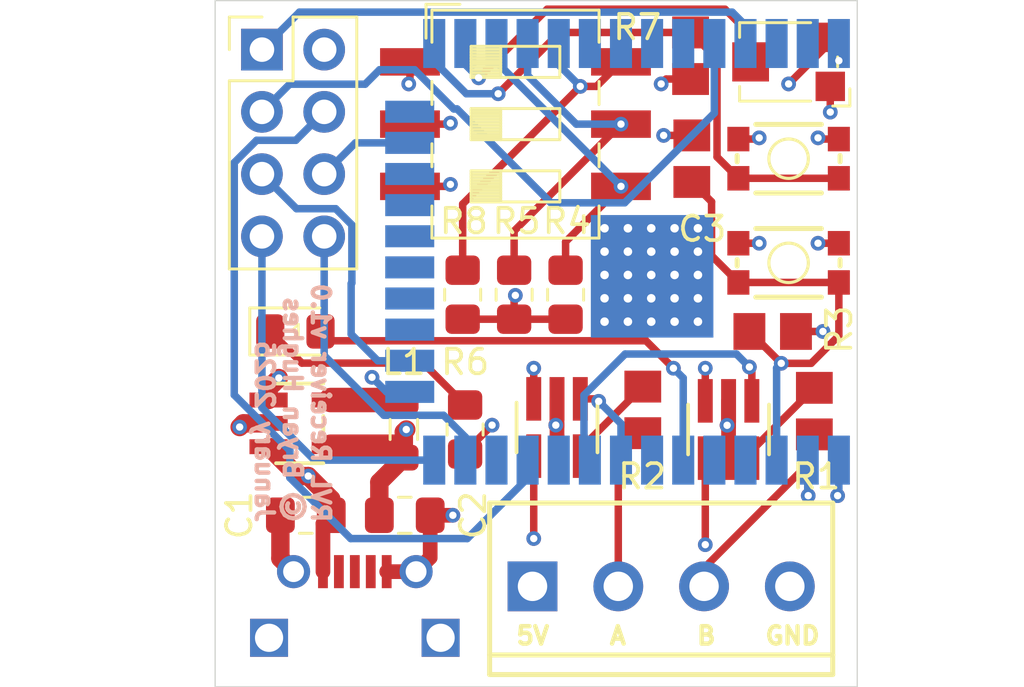
<source format=kicad_pcb>
(kicad_pcb (version 20240108) (generator "pcbnew") (generator_version "8.0")
  (layers (0 "F.Cu" signal) (1 "In1.Cu" signal) (2 "In2.Cu" signal) (31 "B.Cu" signal) (34 "B.Paste" user) (35 "F.Paste" user) (36 "B.SilkS" user "B.Silkscreen") (37 "F.SilkS" user "F.Silkscreen") (38 "B.Mask" user) (39 "F.Mask" user) (44 "Edge.Cuts" user))
  (net 0 "")
  (net 1 "+5V")
  (net 2 "GND")
  (net 3 "+3.3V")
  (net 4 "Net-(U$2-EN)")
  (net 5 "Net-(J1-Pad2)")
  (net 6 "TCK")
  (net 7 "GPIO26")
  (net 8 "TDI")
  (net 9 "RXD")
  (net 10 "TXD")
  (net 11 "TMS")
  (net 12 "TDO")
  (net 13 "Net-(U2-SW)")
  (net 14 "Net-(LED1-K)")
  (net 15 "Net-(U3-A)")
  (net 16 "Net-(U4-A)")
  (net 17 "DIP1")
  (net 18 "DIP2")
  (net 19 "Net-(U$2-IO0)")
  (net 20 "DIP3")
  (net 21 "BRIGHTNESS")
  (net 25 "LED_CLOCK")
  (net 26 "LED_DATA")
  (net 39 "Net-(J1-Pad3)")
  (net 40 "Net-(LED1-A)")
  (net 46 "unconnected-(U$2-IO35-Pad7)")
  (footprint "receiver:TACTILE_SWITCH_SMD_4.6X2.8MM" (layer "F.Cu") (at 120.2 120.45)
    (property "Reference" "S2" (hide yes))
    (property "Value" "MOMENTARY-SWITCH-SPST-2-SMD-4.6X2.8MM" (hide yes))
    (fp_line (start -2.1 -0.13) (end -2.1 0.13) (stroke (width 0.2032)) (layer "F.SilkS"))
    (fp_line (start -1.338 -1.4) (end 1.338 -1.4) (stroke (width 0.2032)) (layer "F.SilkS"))
    (fp_line (start 1.338 1.4) (end -1.338 1.4) (stroke (width 0.2032)) (layer "F.SilkS"))
    (fp_line (start 2.1 0.13) (end 2.1 -0.13) (stroke (width 0.2032)) (layer "F.SilkS"))
    (fp_circle (center 0 0) (end 0.805 0) (stroke (width 0.127)) (fill none) (layer "F.SilkS"))
    (pad "1" smd rect (at -2.05 0.8) (size 0.9 1) (layers "F.Cu" "F.Paste" "F.Mask") (net 19 "Net-(U$2-IO0)"))
    (pad "2" smd rect (at 2.05 0.8) (size 0.9 1) (layers "F.Cu" "F.Paste" "F.Mask") (net 19 "Net-(U$2-IO0)"))
    (pad "3" smd rect (at 2.05 -0.8) (size 0.9 1) (layers "F.Cu" "F.Paste" "F.Mask") (net 2 "GND"))
    (pad "4" smd rect (at -2.05 -0.8) (size 0.9 1) (layers "F.Cu" "F.Paste" "F.Mask") (net 2 "GND"))
  )
  (footprint "receiver:R0805" (layer "F.Cu") (at 119.55 127.5)
    (property "Reference" "R3" (at 3.3 1 90) (layer "F.SilkS") (effects (justify left bottom)))
    (property "Value" "10k" (hide yes))
    (pad "1" smd rect (at -0.95 0) (size 1.3 1.5) (layers "F.Cu" "F.Paste" "F.Mask") (net 4 "Net-(U$2-EN)"))
    (pad "2" smd rect (at 0.95 0) (size 1.3 1.5) (layers "F.Cu" "F.Paste" "F.Mask") (net 3 "+3.3V"))
  )
  (footprint "receiver:R0805" (layer "F.Cu") (at 116.2 116.25 -90)
    (property "Reference" "R7" (at -1.75 1.1 180) (layer "F.SilkS") (effects (justify right top)))
    (property "Value" "10k" (hide yes))
    (pad "1" smd rect (at -0.95 0 270) (size 1.3 1.5) (layers "F.Cu" "F.Paste" "F.Mask") (net 19 "Net-(U$2-IO0)"))
    (pad "2" smd rect (at 0.95 0 270) (size 1.3 1.5) (layers "F.Cu" "F.Paste" "F.Mask") (net 3 "+3.3V"))
  )
  (footprint "Inductor_SMD:L_0805_2012Metric_Pad1.05x1.20mm_HandSolder" (layer "F.Cu") (at 104.5 131.5 -90)
    (property "Reference" "L1" (at -2.75 0 0) (layer "F.SilkS"))
    (property "Value" "2.2uH" (hide yes))
    (fp_line (start -0.410242 0.56) (end 0.410242 0.56) (stroke (width 0.12)) (layer "F.SilkS"))
    (fp_line (start -0.410242 -0.56) (end 0.410242 -0.56) (stroke (width 0.12)) (layer "F.SilkS"))
    (pad "1" smd roundrect (at -1.15 0 270) (size 1.05 1.2) (layers "F.Cu" "F.Paste" "F.Mask") (roundrect_rratio 0.238095) (net 13 "Net-(U2-SW)"))
    (pad "2" smd roundrect (at 1.15 0 270) (size 1.05 1.2) (layers "F.Cu" "F.Paste" "F.Mask") (roundrect_rratio 0.238095) (net 3 "+3.3V"))
  )
  (footprint "Capacitor_SMD:C_0805_2012Metric_Pad1.18x1.45mm_HandSolder" (layer "F.Cu") (at 100.5 135 180)
    (property "Reference" "C1" (at 2.7125 0 90) (layer "F.SilkS"))
    (property "Value" "4.7uF" (hide yes))
    (fp_line (start -0.261252 0.735) (end 0.261252 0.735) (stroke (width 0.12)) (layer "F.SilkS"))
    (fp_line (start -0.261252 -0.735) (end 0.261252 -0.735) (stroke (width 0.12)) (layer "F.SilkS"))
    (pad "1" smd roundrect (at -1.0375 0 180) (size 1.175 1.45) (layers "F.Cu" "F.Paste" "F.Mask") (roundrect_rratio 0.212766) (net 1 "+5V"))
    (pad "2" smd roundrect (at 1.0375 0 180) (size 1.175 1.45) (layers "F.Cu" "F.Paste" "F.Mask") (roundrect_rratio 0.212766) (net 2 "GND"))
  )
  (footprint "receiver:C0805" (layer "F.Cu") (at 116.25 120.45 90)
    (property "Reference" "C3" (at -3.45 -0.65 180) (layer "F.SilkS") (effects (justify left bottom)))
    (property "Value" "1uF" (hide yes))
    (pad "1" smd rect (at -0.95 0 90) (size 1.3 1.5) (layers "F.Cu" "F.Paste" "F.Mask") (net 4 "Net-(U$2-EN)"))
    (pad "2" smd rect (at 0.95 0 90) (size 1.3 1.5) (layers "F.Cu" "F.Paste" "F.Mask") (net 2 "GND"))
  )
  (footprint "Potentiometer_SMD:Potentiometer_Bourns_TC33X_Vertical" (layer "F.Cu") (at 120.1 116.5 180)
    (property "Reference" "RV1" (hide yes))
    (property "Value" "R_Potentiometer" (hide yes))
    (fp_line (start 1.9 1.6) (end 1.9 1) (stroke (width 0.12)) (layer "F.SilkS"))
    (fp_line (start 1.9 -1.6) (end 1.9 -1) (stroke (width 0.12)) (layer "F.SilkS"))
    (fp_line (start -1 1.6) (end 1.9 1.6) (stroke (width 0.12)) (layer "F.SilkS"))
    (fp_line (start -1 -1.6) (end 1.9 -1.6) (stroke (width 0.12)) (layer "F.SilkS"))
    (fp_line (start -1.9 -1.8) (end -2.6 -1.8) (stroke (width 0.12)) (layer "F.SilkS"))
    (fp_line (start -2.1 -0.2) (end -2.1 0.2) (stroke (width 0.12)) (layer "F.SilkS"))
    (fp_line (start -2.6 -1.8) (end -2.6 -1.1) (stroke (width 0.12)) (layer "F.SilkS"))
    (pad "1" smd rect (at -1.8 -1 180) (size 1.2 1.2) (layers "F.Cu" "F.Paste" "F.Mask") (net 3 "+3.3V"))
    (pad "2" smd rect (at 1.45 0 180) (size 1.5 1.6) (layers "F.Cu" "F.Paste" "F.Mask") (net 21 "BRIGHTNESS"))
    (pad "3" smd rect (at -1.8 1 180) (size 1.2 1.2) (layers "F.Cu" "F.Paste" "F.Mask") (net 2 "GND"))
  )
  (footprint "Resistor_SMD:R_0805_2012Metric_Pad1.20x1.40mm_HandSolder" (layer "F.Cu") (at 109 126 -90)
    (property "Reference" "R5" (at -3 -0.1 180) (layer "F.SilkS"))
    (property "Value" "10k" (hide yes))
    (fp_line (start -0.227064 0.735) (end 0.227064 0.735) (stroke (width 0.12)) (layer "F.SilkS"))
    (fp_line (start -0.227064 -0.735) (end 0.227064 -0.735) (stroke (width 0.12)) (layer "F.SilkS"))
    (pad "1" smd roundrect (at -1 0 270) (size 1.2 1.4) (layers "F.Cu" "F.Paste" "F.Mask") (roundrect_rratio 0.208333) (net 18 "DIP2"))
    (pad "2" smd roundrect (at 1 0 270) (size 1.2 1.4) (layers "F.Cu" "F.Paste" "F.Mask") (roundrect_rratio 0.208333) (net 2 "GND"))
  )
  (footprint "LED_SMD:LED_0805_2012Metric_Pad1.15x1.40mm_HandSolder" (layer "F.Cu") (at 100.075 127.5)
    (property "Reference" "LED1" (hide yes))
    (property "Value" "Power" (hide yes))
    (fp_line (start -1.86 -0.96) (end -1.86 0.96) (stroke (width 0.12)) (layer "F.SilkS"))
    (fp_line (start -1.86 0.96) (end 1 0.96) (stroke (width 0.12)) (layer "F.SilkS"))
    (fp_line (start 1 -0.96) (end -1.86 -0.96) (stroke (width 0.12)) (layer "F.SilkS"))
    (pad "1" smd roundrect (at -1.025 0) (size 1.15 1.4) (layers "F.Cu" "F.Paste" "F.Mask") (roundrect_rratio 0.217391) (net 14 "Net-(LED1-K)"))
    (pad "2" smd roundrect (at 1.025 0) (size 1.15 1.4) (layers "F.Cu" "F.Paste" "F.Mask") (roundrect_rratio 0.217391) (net 40 "Net-(LED1-A)"))
  )
  (footprint "receiver:10118194-MICRO-USB" (layer "F.Cu") (at 102.5 140)
    (property "Reference" "U1" (hide yes))
    (property "Value" "10118194-MICRO-USB" (hide yes))
    (pad "1" smd rect (at -1.3 -2.7 180) (size 0.4 1.35) (layers "F.Cu" "F.Paste" "F.Mask") (net 1 "+5V"))
    (pad "2" smd rect (at -0.65 -2.7 180) (size 0.4 1.35) (layers "F.Cu" "F.Paste" "F.Mask"))
    (pad "3" smd rect (at 0 -2.7 180) (size 0.4 1.35) (layers "F.Cu" "F.Paste" "F.Mask"))
    (pad "4" smd rect (at 0.65 -2.7 180) (size 0.4 1.35) (layers "F.Cu" "F.Paste" "F.Mask"))
    (pad "5" smd rect (at 1.3 -2.7 180) (size 0.4 1.35) (layers "F.Cu" "F.Paste" "F.Mask") (net 2 "GND"))
    (pad "M1" thru_hole circle (at -2.5 -2.7) (size 1.35 1.35) (drill 0.85) (layers "*.Cu" "*.Mask") (net 2 "GND"))
    (pad "M2" thru_hole circle (at 2.5 -2.7) (size 1.35 1.35) (drill 0.85) (layers "*.Cu" "*.Mask") (net 2 "GND"))
    (pad "M3" thru_hole rect (at -3.5 0) (size 1.55 1.55) (drill 1.15) (layers "*.Cu" "*.Mask") (net 2 "GND"))
    (pad "M4" thru_hole rect (at 3.5 0) (size 1.55 1.55) (drill 1.15) (layers "*.Cu" "*.Mask") (net 2 "GND"))
  )
  (footprint "receiver:DBV6-M" (layer "F.Cu") (at 117.75 131.5 90)
    (property "Reference" "U3" (hide yes))
    (property "Value" "SN74LVC1T45DBVRDBV6-M" (hide yes))
    (fp_line (start 1.016 -1.651) (end -1.016 -1.651) (stroke (width 0.1524)) (layer "F.SilkS"))
    (fp_line (start -1.016 1.651) (end 1.016 1.651) (stroke (width 0.1524)) (layer "F.SilkS"))
    (pad "1" smd rect (at -1.1684 -0.95 90) (size 1.778 0.6096) (layers "F.Cu" "F.Paste" "F.Mask") (net 1 "+5V"))
    (pad "2" smd rect (at -1.1684 0 90) (size 1.778 0.6096) (layers "F.Cu" "F.Paste" "F.Mask") (net 2 "GND"))
    (pad "3" smd rect (at -1.1684 0.95 90) (size 1.778 0.6096) (layers "F.Cu" "F.Paste" "F.Mask") (net 15 "Net-(U3-A)"))
    (pad "4" smd rect (at 1.1684 0.95 90) (size 1.778 0.6096) (layers "F.Cu" "F.Paste" "F.Mask") (net 26 "LED_DATA"))
    (pad "5" smd rect (at 1.1684 0 90) (size 1.778 0.6096) (layers "F.Cu" "F.Paste" "F.Mask") (net 2 "GND"))
    (pad "6" smd rect (at 1.1684 -0.95 90) (size 1.778 0.6096) (layers "F.Cu" "F.Paste" "F.Mask") (net 3 "+3.3V"))
  )
  (footprint "receiver:R0805" (layer "F.Cu") (at 114.25 130.7 -90)
    (property "Reference" "R2" (at 3.3 1.1 0) (layer "F.SilkS") (effects (justify left bottom)))
    (property "Value" "68" (hide yes))
    (pad "1" smd rect (at -0.95 0 270) (size 1.3 1.5) (layers "F.Cu" "F.Paste" "F.Mask") (net 16 "Net-(U4-A)"))
    (pad "2" smd rect (at 0.95 0 270) (size 1.3 1.5) (layers "F.Cu" "F.Paste" "F.Mask") (net 5 "Net-(J1-Pad2)"))
  )
  (footprint "receiver:TACTILE_SWITCH_SMD_4.6X2.8MM" (layer "F.Cu") (at 120.2 124.7 180)
    (property "Reference" "S3" (hide yes))
    (property "Value" "MOMENTARY-SWITCH-SPST-2-SMD-4.6X2.8MM" (hide yes))
    (fp_line (start 2.1 0.13) (end 2.1 -0.13) (stroke (width 0.2032)) (layer "F.SilkS"))
    (fp_line (start 1.338 1.4) (end -1.338 1.4) (stroke (width 0.2032)) (layer "F.SilkS"))
    (fp_line (start -1.338 -1.4) (end 1.338 -1.4) (stroke (width 0.2032)) (layer "F.SilkS"))
    (fp_line (start -2.1 -0.13) (end -2.1 0.13) (stroke (width 0.2032)) (layer "F.SilkS"))
    (fp_circle (center 0 0) (end 0.805 0) (stroke (width 0.127)) (fill none) (layer "F.SilkS"))
    (pad "1" smd rect (at -2.05 0.8 180) (size 0.9 1) (layers "F.Cu" "F.Paste" "F.Mask") (net 2 "GND"))
    (pad "2" smd rect (at 2.05 0.8 180) (size 0.9 1) (layers "F.Cu" "F.Paste" "F.Mask") (net 2 "GND"))
    (pad "3" smd rect (at 2.05 -0.8 180) (size 0.9 1) (layers "F.Cu" "F.Paste" "F.Mask") (net 4 "Net-(U$2-EN)"))
    (pad "4" smd rect (at -2.05 -0.8 180) (size 0.9 1) (layers "F.Cu" "F.Paste" "F.Mask") (net 4 "Net-(U$2-EN)"))
  )
  (footprint "Resistor_SMD:R_0805_2012Metric_Pad1.20x1.40mm_HandSolder" (layer "F.Cu") (at 107 131.5 90)
    (property "Reference" "R6" (at 2.75 0 0) (layer "F.SilkS"))
    (property "Value" "1k" (hide yes))
    (fp_line (start -0.227064 -0.735) (end 0.227064 -0.735) (stroke (width 0.12)) (layer "F.SilkS"))
    (fp_line (start -0.227064 0.735) (end 0.227064 0.735) (stroke (width 0.12)) (layer "F.SilkS"))
    (pad "1" smd roundrect (at -1 0 90) (size 1.2 1.4) (layers "F.Cu" "F.Paste" "F.Mask") (roundrect_rratio 0.208333) (net 2 "GND"))
    (pad "2" smd roundrect (at 1 0 90) (size 1.2 1.4) (layers "F.Cu" "F.Paste" "F.Mask") (roundrect_rratio 0.208333) (net 14 "Net-(LED1-K)"))
  )
  (footprint "Button_Switch_SMD:SW_DIP_SPSTx03_Slide_6.7x9.18mm_W8.61mm_P2.54mm_LowProfile" (layer "F.Cu") (at 109.055 119.04)
    (property "Reference" "SW1" (hide yes))
    (property "Value" "SW_DIP_x03" (hide yes))
    (fp_line (start -3.65 -4.89) (end -3.65 -3.507) (stroke (width 0.12)) (layer "F.SilkS"))
    (fp_line (start -3.65 -4.89) (end -2.267 -4.89) (stroke (width 0.12)) (layer "F.SilkS"))
    (fp_line (start -3.41 -4.65) (end -3.41 -3.34) (stroke (width 0.12)) (layer "F.SilkS"))
    (fp_line (start -3.41 -4.65) (end 3.41 -4.65) (stroke (width 0.12)) (layer "F.SilkS"))
    (fp_line (start -3.41 -1.74) (end -3.41 -0.8) (stroke (width 0.12)) (layer "F.SilkS"))
    (fp_line (start -3.41 0.8) (end -3.41 1.74) (stroke (width 0.12)) (layer "F.SilkS"))
    (fp_line (start -3.41 3.34) (end -3.41 4.65) (stroke (width 0.12)) (layer "F.SilkS"))
    (fp_line (start -3.41 4.65) (end 3.41 4.65) (stroke (width 0.12)) (layer "F.SilkS"))
    (fp_line (start -1.81 -3.175) (end -1.81 -1.905) (stroke (width 0.12)) (layer "F.SilkS"))
    (fp_line (start -1.81 -3.055) (end -0.603333 -3.055) (stroke (width 0.12)) (layer "F.SilkS"))
    (fp_line (start -1.81 -2.935) (end -0.603333 -2.935) (stroke (width 0.12)) (layer "F.SilkS"))
    (fp_line (start -1.81 -2.815) (end -0.603333 -2.815) (stroke (width 0.12)) (layer "F.SilkS"))
    (fp_line (start -1.81 -2.695) (end -0.603333 -2.695) (stroke (width 0.12)) (layer "F.SilkS"))
    (fp_line (start -1.81 -2.575) (end -0.603333 -2.575) (stroke (width 0.12)) (layer "F.SilkS"))
    (fp_line (start -1.81 -2.455) (end -0.603333 -2.455) (stroke (width 0.12)) (layer "F.SilkS"))
    (fp_line (start -1.81 -2.335) (end -0.603333 -2.335) (stroke (width 0.12)) (layer "F.SilkS"))
    (fp_line (start -1.81 -2.215) (end -0.603333 -2.215) (stroke (width 0.12)) (layer "F.SilkS"))
    (fp_line (start -1.81 -2.095) (end -0.603333 -2.095) (stroke (width 0.12)) (layer "F.SilkS"))
    (fp_line (start -1.81 -1.975) (end -0.603333 -1.975) (stroke (width 0.12)) (layer "F.SilkS"))
    (fp_line (start -1.81 -1.905) (end 1.81 -1.905) (stroke (width 0.12)) (layer "F.SilkS"))
    (fp_line (start -1.81 -0.635) (end -1.81 0.635) (stroke (width 0.12)) (layer "F.SilkS"))
    (fp_line (start -1.81 -0.515) (end -0.603333 -0.515) (stroke (width 0.12)) (layer "F.SilkS"))
    (fp_line (start -1.81 -0.395) (end -0.603333 -0.395) (stroke (width 0.12)) (layer "F.SilkS"))
    (fp_line (start -1.81 -0.275) (end -0.603333 -0.275) (stroke (width 0.12)) (layer "F.SilkS"))
    (fp_line (start -1.81 -0.155) (end -0.603333 -0.155) (stroke (width 0.12)) (layer "F.SilkS"))
    (fp_line (start -1.81 -0.035) (end -0.603333 -0.035) (stroke (width 0.12)) (layer "F.SilkS"))
    (fp_line (start -1.81 0.085) (end -0.603333 0.085) (stroke (width 0.12)) (layer "F.SilkS"))
    (fp_line (start -1.81 0.205) (end -0.603333 0.205) (stroke (width 0.12)) (layer "F.SilkS"))
    (fp_line (start -1.81 0.325) (end -0.603333 0.325) (stroke (width 0.12)) (layer "F.SilkS"))
    (fp_line (start -1.81 0.445) (end -0.603333 0.445) (stroke (width 0.12)) (layer "F.SilkS"))
    (fp_line (start -1.81 0.565) (end -0.603333 0.565) (stroke (width 0.12)) (layer "F.SilkS"))
    (fp_line (start -1.81 0.635) (end 1.81 0.635) (stroke (width 0.12)) (layer "F.SilkS"))
    (fp_line (start -1.81 1.905) (end -1.81 3.175) (stroke (width 0.12)) (layer "F.SilkS"))
    (fp_line (start -1.81 2.025) (end -0.603333 2.025) (stroke (width 0.12)) (layer "F.SilkS"))
    (fp_line (start -1.81 2.145) (end -0.603333 2.145) (stroke (width 0.12)) (layer "F.SilkS"))
    (fp_line (start -1.81 2.265) (end -0.603333 2.265) (stroke (width 0.12)) (layer "F.SilkS"))
    (fp_line (start -1.81 2.385) (end -0.603333 2.385) (stroke (width 0.12)) (layer "F.SilkS"))
    (fp_line (start -1.81 2.505) (end -0.603333 2.505) (stroke (width 0.12)) (layer "F.SilkS"))
    (fp_line (start -1.81 2.625) (end -0.603333 2.625) (stroke (width 0.12)) (layer "F.SilkS"))
    (fp_line (start -1.81 2.745) (end -0.603333 2.745) (stroke (width 0.12)) (layer "F.SilkS"))
    (fp_line (start -1.81 2.865) (end -0.603333 2.865) (stroke (width 0.12)) (layer "F.SilkS"))
    (fp_line (start -1.81 2.985) (end -0.603333 2.985) (stroke (width 0.12)) (layer "F.SilkS"))
    (fp_line (start -1.81 3.105) (end -0.603333 3.105) (stroke (width 0.12)) (layer "F.SilkS"))
    (fp_line (start -1.81 3.175) (end 1.81 3.175) (stroke (width 0.12)) (layer "F.SilkS"))
    (fp_line (start -0.603333 -3.175) (end -0.603333 -1.905) (stroke (width 0.12)) (layer "F.SilkS"))
    (fp_line (start -0.603333 -0.635) (end -0.603333 0.635) (stroke (width 0.12)) (layer "F.SilkS"))
    (fp_line (start -0.603333 1.905) (end -0.603333 3.175) (stroke (width 0.12)) (layer "F.SilkS"))
    (fp_line (start 1.81 -3.175) (end -1.81 -3.175) (stroke (width 0.12)) (layer "F.SilkS"))
    (fp_line (start 1.81 -1.905) (end 1.81 -3.175) (stroke (width 0.12)) (layer "F.SilkS"))
    (fp_line (start 1.81 -0.635) (end -1.81 -0.635) (stroke (width 0.12)) (layer "F.SilkS"))
    (fp_line (start 1.81 0.635) (end 1.81 -0.635) (stroke (width 0.12)) (layer "F.SilkS"))
    (fp_line (start 1.81 1.905) (end -1.81 1.905) (stroke (width 0.12)) (layer "F.SilkS"))
    (fp_line (start 1.81 3.175) (end 1.81 1.905) (stroke (width 0.12)) (layer "F.SilkS"))
    (fp_line (start 3.41 -4.65) (end 3.41 -3.34) (stroke (width 0.12)) (layer "F.SilkS"))
    (fp_line (start 3.41 -1.74) (end 3.41 -0.8) (stroke (width 0.12)) (layer "F.SilkS"))
    (fp_line (start 3.41 0.8) (end 3.41 1.74) (stroke (width 0.12)) (layer "F.SilkS"))
    (fp_line (start 3.41 3.34) (end 3.41 4.65) (stroke (width 0.12)) (layer "F.SilkS"))
    (pad "1" smd rect (at -4.305 -2.54) (size 2.44 1.12) (layers "F.Cu" "F.Paste" "F.Mask") (net 3 "+3.3V"))
    (pad "2" smd rect (at -4.305 0) (size 2.44 1.12) (layers "F.Cu" "F.Paste" "F.Mask") (net 3 "+3.3V"))
    (pad "3" smd rect (at -4.305 2.54) (size 2.44 1.12) (layers "F.Cu" "F.Paste" "F.Mask") (net 3 "+3.3V"))
    (pad "4" smd rect (at 4.305 2.54) (size 2.44 1.12) (layers "F.Cu" "F.Paste" "F.Mask") (net 20 "DIP3"))
    (pad "5" smd rect (at 4.305 0) (size 2.44 1.12) (layers "F.Cu" "F.Paste" "F.Mask") (net 18 "DIP2"))
    (pad "6" smd rect (at 4.305 -2.54) (size 2.44 1.12) (layers "F.Cu" "F.Paste" "F.Mask") (net 17 "DIP1"))
  )
  (footprint "receiver:R0805" (layer "F.Cu") (at 121.25 130.75 -90)
    (property "Reference" "R1" (at 3.25 1 0) (layer "F.SilkS") (effects (justify left bottom)))
    (property "Value" "68" (hide yes))
    (pad "1" smd rect (at -0.95 0 270) (size 1.3 1.5) (layers "F.Cu" "F.Paste" "F.Mask") (net 15 "Net-(U3-A)"))
    (pad "2" smd rect (at 0.95 0 270) (size 1.3 1.5) (layers "F.Cu" "F.Paste" "F.Mask") (net 39 "Net-(J1-Pad3)"))
  )
  (footprint "receiver:DBV6-M" (layer "F.Cu") (at 110.75 131.4184 90)
    (property "Reference" "U4" (hide yes))
    (property "Value" "SN74LVC1T45DBVRDBV6-M" (hide yes))
    (fp_line (start 1.016 -1.651) (end -1.016 -1.651) (stroke (width 0.1524)) (layer "F.SilkS"))
    (fp_line (start -1.016 1.651) (end 1.016 1.651) (stroke (width 0.1524)) (layer "F.SilkS"))
    (pad "1" smd rect (at -1.1684 -0.95 90) (size 1.778 0.6096) (layers "F.Cu" "F.Paste" "F.Mask") (net 1 "+5V"))
    (pad "2" smd rect (at -1.1684 0 90) (size 1.778 0.6096) (layers "F.Cu" "F.Paste" "F.Mask") (net 2 "GND"))
    (pad "3" smd rect (at -1.1684 0.95 90) (size 1.778 0.6096) (layers "F.Cu" "F.Paste" "F.Mask") (net 16 "Net-(U4-A)"))
    (pad "4" smd rect (at 1.1684 0.95 90) (size 1.778 0.6096) (layers "F.Cu" "F.Paste" "F.Mask") (net 25 "LED_CLOCK"))
    (pad "5" smd rect (at 1.1684 0 90) (size 1.778 0.6096) (layers "F.Cu" "F.Paste" "F.Mask") (net 2 "GND"))
    (pad "6" smd rect (at 1.1684 -0.95 90) (size 1.778 0.6096) (layers "F.Cu" "F.Paste" "F.Mask") (net 3 "+3.3V"))
  )
  (footprint "Connector_PinHeader_2.54mm:PinHeader_2x04_P2.54mm_Vertical" (layer "F.Cu") (at 98.71 116)
    (property "Reference" "J2" (hide yes))
    (property "Value" "Conn_02x05_Counter_Clockwise")
    (fp_line (start -1.33 -1.33) (end 0 -1.33) (stroke (width 0.12)) (layer "F.SilkS"))
    (fp_line (start -1.33 0) (end -1.33 -1.33) (stroke (width 0.12)) (layer "F.SilkS"))
    (fp_line (start -1.33 1.27) (end -1.33 8.95) (stroke (width 0.12)) (layer "F.SilkS"))
    (fp_line (start -1.33 1.27) (end 1.27 1.27) (stroke (width 0.12)) (layer "F.SilkS"))
    (fp_line (start -1.33 8.95) (end 3.87 8.95) (stroke (width 0.12)) (layer "F.SilkS"))
    (fp_line (start 1.27 -1.33) (end 3.87 -1.33) (stroke (width 0.12)) (layer "F.SilkS"))
    (fp_line (start 1.27 1.27) (end 1.27 -1.33) (stroke (width 0.12)) (layer "F.SilkS"))
    (fp_line (start 3.87 -1.33) (end 3.87 8.95) (stroke (width 0.12)) (layer "F.SilkS"))
    (pad "1" thru_hole rect (at 0 0) (size 1.7 1.7) (drill 1) (layers "*.Cu" "*.Mask") (net 10 "TXD"))
    (pad "2" thru_hole oval (at 2.54 0) (size 1.7 1.7) (drill 1) (layers "*.Cu" "*.Mask") (net 2 "GND"))
    (pad "3" thru_hole oval (at 0 2.54) (size 1.7 1.7) (drill 1) (layers "*.Cu" "*.Mask") (net 9 "RXD"))
    (pad "4" thru_hole oval (at 2.54 2.54) (size 1.7 1.7) (drill 1) (layers "*.Cu" "*.Mask") (net 7 "GPIO26"))
    (pad "5" thru_hole oval (at 0 5.08) (size 1.7 1.7) (drill 1) (layers "*.Cu" "*.Mask") (net 6 "TCK"))
    (pad "6" thru_hole oval (at 2.54 5.08) (size 1.7 1.7) (drill 1) (layers "*.Cu" "*.Mask") (net 12 "TDO"))
    (pad "7" thru_hole oval (at 0 7.62) (size 1.7 1.7) (drill 1) (layers "*.Cu" "*.Mask") (net 8 "TDI"))
    (pad "8" thru_hole oval (at 2.54 7.62) (size 1.7 1.7) (drill 1) (layers "*.Cu" "*.Mask") (net 11 "TMS"))
  )
  (footprint "Capacitor_SMD:C_0805_2012Metric_Pad1.18x1.45mm_HandSolder" (layer "F.Cu") (at 104.5375 135)
    (property "Reference" "C2" (at 2.7875 0 90) (layer "F.SilkS"))
    (property "Value" "10uF" (hide yes))
    (fp_line (start -0.261252 -0.735) (end 0.261252 -0.735) (stroke (width 0.12)) (layer "F.SilkS"))
    (fp_line (start -0.261252 0.735) (end 0.261252 0.735) (stroke (width 0.12)) (layer "F.SilkS"))
    (pad "1" smd roundrect (at -1.0375 0) (size 1.175 1.45) (layers "F.Cu" "F.Paste" "F.Mask") (roundrect_rratio 0.212766) (net 3 "+3.3V"))
    (pad "2" smd roundrect (at 1.0375 0) (size 1.175 1.45) (layers "F.Cu" "F.Paste" "F.Mask") (roundrect_rratio 0.212766) (net 2 "GND"))
  )
  (footprint "Resistor_SMD:R_0805_2012Metric_Pad1.20x1.40mm_HandSolder" (layer "F.Cu") (at 106.9 126 -90)
    (property "Reference" "R8" (at -3 -0.05 180) (layer "F.SilkS"))
    (property "Value" "10k" (hide yes))
    (fp_line (start -0.227064 0.735) (end 0.227064 0.735) (stroke (width 0.12)) (layer "F.SilkS"))
    (fp_line (start -0.227064 -0.735) (end 0.227064 -0.735) (stroke (width 0.12)) (layer "F.SilkS"))
    (pad "1" smd roundrect (at -1 0 270) (size 1.2 1.4) (layers "F.Cu" "F.Paste" "F.Mask") (roundrect_rratio 0.208333) (net 17 "DIP1"))
    (pad "2" smd roundrect (at 1 0 270) (size 1.2 1.4) (layers "F.Cu" "F.Paste" "F.Mask") (roundrect_rratio 0.208333) (net 2 "GND"))
  )
  (footprint "receiver:MF05A-M" (layer "F.Cu") (at 100.25 131.25)
    (property "Reference" "U2" (hide yes))
    (property "Value" "LM3671MF-3.3/NOPBMF05A-M" (hide yes))
    (fp_line (start -0.9652 1.6256) (end 0.9652 1.6256) (stroke (width 0.1524)) (layer "F.SilkS"))
    (fp_line (start 0.9652 -1.6256) (end -0.9652 -1.6256) (stroke (width 0.1524)) (layer "F.SilkS"))
    (fp_line (start 0.9652 0.3048) (end 0.9652 -0.3048) (stroke (width 0.1524)) (layer "F.SilkS"))
    (pad "1" smd rect (at -1.2692 -0.9525) (size 1.558796 0.608) (layers "F.Cu" "F.Paste" "F.Mask") (net 1 "+5V"))
    (pad "2" smd rect (at -1.2692 0) (size 1.558796 0.608) (layers "F.Cu" "F.Paste" "F.Mask") (net 2 "GND"))
    (pad "3" smd rect (at -1.2692 0.9525) (size 1.558796 0.608) (layers "F.Cu" "F.Paste" "F.Mask") (net 1 "+5V"))
    (pad "4" smd rect (at 1.2692 0.9525) (size 1.558796 0.608) (layers "F.Cu" "F.Paste" "F.Mask") (net 3 "+3.3V"))
    (pad "5" smd rect (at 1.2692 -0.9525) (size 1.558796 0.608) (layers "F.Cu" "F.Paste" "F.Mask") (net 13 "Net-(U2-SW)"))
  )
  (footprint "receiver:SCREWTERMINAL-3.5MM-4" (layer "F.Cu") (at 109.75 137.9)
    (property "Reference" "J1" (hide yes))
    (property "Value" "CONN_04SCREW" (hide yes))
    (fp_line (start -1.75 -3.4) (end 12.25 -3.4) (stroke (width 0.2032)) (layer "F.SilkS"))
    (fp_line (start -1.75 2.8) (end -1.75 -3.4) (stroke (width 0.2032)) (layer "F.SilkS"))
    (fp_line (start -1.75 3.6) (end -1.75 2.8) (stroke (width 0.2032)) (layer "F.SilkS"))
    (fp_line (start 12.25 -3.4) (end 12.25 2.8) (stroke (width 0.2032)) (layer "F.SilkS"))
    (fp_line (start 12.25 2.8) (end -1.75 2.8) (stroke (width 0.2032)) (layer "F.SilkS"))
    (fp_line (start 12.25 2.8) (end 12.25 3.6) (stroke (width 0.2032)) (layer "F.SilkS"))
    (fp_line (start 12.25 3.6) (end -1.75 3.6) (stroke (width 0.2032)) (layer "F.SilkS"))
    (pad "1" thru_hole rect (at 0 0) (size 2.032 2.032) (drill 1.2) (layers "*.Cu" "*.Mask") (net 1 "+5V"))
    (pad "2" thru_hole circle (at 3.5 0) (size 2.032 2.032) (drill 1.2) (layers "*.Cu" "*.Mask") (net 5 "Net-(J1-Pad2)"))
    (pad "3" thru_hole circle (at 7 0) (size 2.032 2.032) (drill 1.2) (layers "*.Cu" "*.Mask") (net 39 "Net-(J1-Pad3)"))
    (pad "4" thru_hole circle (at 10.5 0) (size 2.032 2.032) (drill 1.2) (layers "*.Cu" "*.Mask") (net 2 "GND"))
  )
  (footprint "Resistor_SMD:R_0805_2012Metric_Pad1.20x1.40mm_HandSolder" (layer "F.Cu") (at 111.1 126 -90)
    (property "Reference" "R4" (at -3 -0.05 180) (layer "F.SilkS"))
    (property "Value" "10k" (hide yes))
    (fp_line (start -0.227064 0.735) (end 0.227064 0.735) (stroke (width 0.12)) (layer "F.SilkS"))
    (fp_line (start -0.227064 -0.735) (end 0.227064 -0.735) (stroke (width 0.12)) (layer "F.SilkS"))
    (pad "1" smd roundrect (at -1 0 270) (size 1.2 1.4) (layers "F.Cu" "F.Paste" "F.Mask") (roundrect_rratio 0.208333) (net 20 "DIP3"))
    (pad "2" smd roundrect (at 1 0 270) (size 1.2 1.4) (layers "F.Cu" "F.Paste" "F.Mask") (roundrect_rratio 0.208333) (net 2 "GND"))
  )
  (footprint "receiver:ESP32-WROOM-32D" (layer "B.Cu") (at 122.25 124.25 90)
    (property "Reference" "U$2" (hide yes))
    (property "Value" "ESP32-WROOM-32D" (hide yes))
    (pad "1" smd rect (at -8.5 0 90) (size 2 0.9) (layers "B.Cu" "B.Paste" "B.Mask") (net 2 "GND"))
    (pad "2" smd rect (at -8.5 -1.27 90) (size 2 0.9) (layers "B.Cu" "B.Paste" "B.Mask") (net 3 "+3.3V"))
    (pad "3" smd rect (at -8.5 -2.54 90) (size 2 0.9) (layers "B.Cu" "B.Paste" "B.Mask") (net 4 "Net-(U$2-EN)"))
    (pad "4" smd rect (at -8.5 -3.81 90) (size 2 0.9) (layers "B.Cu" "B.Paste" "B.Mask"))
    (pad "5" smd rect (at -8.5 -5.08 90) (size 2 0.9) (layers "B.Cu" "B.Paste" "B.Mask"))
    (pad "6" smd rect (at -8.5 -6.35 90) (size 2 0.9) (layers "B.Cu" "B.Paste" "B.Mask") (net 40 "Net-(LED1-A)"))
    (pad "7" smd rect (at -8.5 -7.62 90) (size 2 0.9) (layers "B.Cu" "B.Paste" "B.Mask") (net 46 "unconnected-(U$2-IO35-Pad7)"))
    (pad "8" smd rect (at -8.5 -8.89 90) (size 2 0.9) (layers "B.Cu" "B.Paste" "B.Mask") (net 25 "LED_CLOCK"))
    (pad "9" smd rect (at -8.5 -10.16 90) (size 2 0.9) (layers "B.Cu" "B.Paste" "B.Mask") (net 26 "LED_DATA"))
    (pad "10" smd rect (at -8.5 -11.43 90) (size 2 0.9) (layers "B.Cu" "B.Paste" "B.Mask"))
    (pad "11" smd rect (at -8.5 -12.7 90) (size 2 0.9) (layers "B.Cu" "B.Paste" "B.Mask") (net 7 "GPIO26"))
    (pad "12" smd rect (at -8.5 -13.97 90) (size 2 0.9) (layers "B.Cu" "B.Paste" "B.Mask"))
    (pad "13" smd rect (at -8.5 -15.24 90) (size 2 0.9) (layers "B.Cu" "B.Paste" "B.Mask") (net 11 "TMS"))
    (pad "14" smd rect (at -8.5 -16.51 90) (size 2 0.9) (layers "B.Cu" "B.Paste" "B.Mask") (net 8 "TDI"))
    (pad "15" smd rect (at -5.715 -17.51) (size 2 0.9) (layers "B.Cu" "B.Paste" "B.Mask") (net 2 "GND"))
    (pad "16" smd rect (at -4.445 -17.51) (size 2 0.9) (layers "B.Cu" "B.Paste" "B.Mask") (net 6 "TCK"))
    (pad "17" smd rect (at -3.175 -17.51) (size 2 0.9) (layers "B.Cu" "B.Paste" "B.Mask"))
    (pad "18" smd rect (at -1.905 -17.51) (size 2 0.9) (layers "B.Cu" "B.Paste" "B.Mask"))
    (pad "19" smd rect (at -0.635 -17.51) (size 2 0.9) (layers "B.Cu" "B.Paste" "B.Mask"))
    (pad "20" smd rect (at 0.635 -17.51) (size 2 0.9) (layers "B.Cu" "B.Paste" "B.Mask"))
    (pad "21" smd rect (at 1.905 -17.51) (size 2 0.9) (layers "B.Cu" "B.Paste" "B.Mask"))
    (pad "22" smd rect (at 3.175 -17.51) (size 2 0.9) (layers "B.Cu" "B.Paste" "B.Mask"))
    (pad "23" smd rect (at 4.445 -17.51) (size 2 0.9) (layers "B.Cu" "B.Paste" "B.Mask") (net 12 "TDO"))
    (pad "24" smd rect (at 5.715 -17.51) (size 2 0.9) (layers "B.Cu" "B.Paste" "B.Mask"))
    (pad "25" smd rect (at 8.5 -16.51 270) (size 2 0.9) (layers "B.Cu" "B.Paste" "B.Mask") (net 19 "Net-(U$2-IO0)"))
    (pad "26" smd rect (at 8.5 -15.24 270) (size 2 0.9) (layers "B.Cu" "B.Paste" "B.Mask") (net 21 "BRIGHTNESS"))
    (pad "27" smd rect (at 8.5 -13.97 270) (size 2 0.9) (layers "B.Cu" "B.Paste" "B.Mask") (net 20 "DIP3"))
    (pad "28" smd rect (at 8.5 -12.7 270) (size 2 0.9) (layers "B.Cu" "B.Paste" "B.Mask") (net 18 "DIP2"))
    (pad "29" smd rect (at 8.5 -11.43 270) (size 2 0.9) (layers "B.Cu" "B.Paste" "B.Mask") (net 17 "DIP1"))
    (pad "30" smd rect (at 8.5 -10.16 270) (size 2 0.9) (layers "B.Cu" "B.Paste" "B.Mask"))
    (pad "31" smd rect (at 8.5 -8.89 270) (size 2 0.9) (layers "B.Cu" "B.Paste" "B.Mask"))
    (pad "32" smd rect (at 8.5 -7.62 270) (size 2 0.9) (layers "B.Cu" "B.Paste" "B.Mask"))
    (pad "33" smd rect (at 8.5 -6.35 270) (size 2 0.9) (layers "B.Cu" "B.Paste" "B.Mask"))
    (pad "34" smd rect (at 8.5 -5.08 270) (size 2 0.9) (layers "B.Cu" "B.Paste" "B.Mask") (net 9 "RXD"))
    (pad "35" smd rect (at 8.5 -3.81 270) (size 2 0.9) (layers "B.Cu" "B.Paste" "B.Mask") (net 10 "TXD"))
    (pad "36" smd rect (at 8.5 -2.54 270) (size 2 0.9) (layers "B.Cu" "B.Paste" "B.Mask"))
    (pad "37" smd rect (at 8.5 -1.27 270) (size 2 0.9) (layers "B.Cu" "B.Paste" "B.Mask"))
    (pad "38" smd rect (at 8.5 0 270) (size 2 0.9) (layers "B.Cu" "B.Paste" "B.Mask") (net 2 "GND"))
    (pad "39" smd rect (at -1 -7.62 270) (size 5 5) (layers "B.Cu" "B.Paste" "B.Mask") (net 2 "GND"))
  )
  (gr_line (start 100.2 127.2) (end 99.95 127.45) (stroke (width 0.1)) (layer "F.SilkS"))
  (gr_line (start 99.95 127.45) (end 100.2 127.7) (stroke (width 0.1)) (layer "F.SilkS"))
  (gr_line (start 100.2 127.7) (end 100.2 127.2) (stroke (width 0.1)) (layer "F.SilkS"))
  (gr_line (start 123 142) (end 123 114) (stroke (width 0.05)) (layer "Edge.Cuts"))
  (gr_line (start 123 114) (end 96.8 114) (stroke (width 0.05)) (layer "Edge.Cuts"))
  (gr_line (start 96.8 142) (end 96.8 114) (stroke (width 0.05)) (layer "Edge.Cuts"))
  (gr_line (start 96.8 142) (end 123 142) (stroke (width 0.05)) (layer "Edge.Cuts"))
  (gr_text "RVL Receiver v1.0\n© Bryan Hughes\nJanuary 2025" (at 98.4 135.375 270) (layer "B.SilkS") (effects (font (size 0.7112 0.7112) (thickness 0.1778)) (justify left bottom mirror)))
  (gr_text "5V" (at 109 139.5 0) (layer "F.SilkS") (effects (font (size 0.7112 0.7112) (thickness 0.1778)) (justify left top)))
  (gr_text "B" (at 116.366 139.5 0) (layer "F.SilkS") (effects (font (size 0.7112 0.7112) (thickness 0.1778)) (justify left top)))
  (gr_text "GND" (at 119.16 139.5 0) (layer "F.SilkS") (effects (font (size 0.7112 0.7112) (thickness 0.1778)) (justify left top)))
  (gr_text "A" (at 112.81 139.5 0) (layer "F.SilkS") (effects (font (size 0.7112 0.7112) (thickness 0.1778)) (justify left top)))
  (segment (start 100.6 133.4) (end 100.1783 133.4) (width 0.75) (layer "F.Cu") (net 1))
  (segment (start 101.5375 135) (end 101.5375 134.3375) (width 0.75) (layer "F.Cu") (net 1))
  (segment (start 101.2 135.3375) (end 101.5375 135) (width 0.6) (layer "F.Cu") (net 1))
  (segment (start 109.8 132.5868) (end 109.8 135.95) (width 0.3048) (layer "F.Cu") (net 1))
  (segment (start 100.1783 133.4) (end 98.9808 132.2025) (width 0.75) (layer "F.Cu") (net 1))
  (segment (start 98.9808 130.2975) (end 98.9808 129.8192) (width 0.75) (layer "F.Cu") (net 1))
  (segment (start 101.5375 134.3375) (end 100.6 133.4) (width 0.75) (layer "F.Cu") (net 1))
  (segment (start 116.8 132.6684) (end 116.8 136.2) (width 0.3048) (layer "F.Cu") (net 1))
  (segment (start 101.2 137.3) (end 101.2 135.3375) (width 0.6) (layer "F.Cu") (net 1))
  (segment (start 98.9808 129.8192) (end 99.4 129.4) (width 0.75) (layer "F.Cu") (net 1))
  (via (at 99.4 129.4) (size 0.6) (drill 0.3) (layers "F.Cu" "B.Cu") (net 1))
  (via (at 116.8 136.2) (size 0.6) (drill 0.3) (layers "F.Cu" "B.Cu") (net 1))
  (via (at 109.8 135.95) (size 0.6) (drill 0.3) (layers "F.Cu" "B.Cu") (net 1))
  (via (at 100.6 133.4) (size 0.6) (drill 0.3) (layers "F.Cu" "B.Cu") (net 1))
  (segment (start 109 126.077) (end 109.05 126.027) (width 0.3048) (layer "F.Cu") (net 2))
  (segment (start 105.575 136.725) (end 105 137.3) (width 0.6) (layer "F.Cu") (net 2))
  (segment (start 99.4625 135) (end 99.4625 136.7625) (width 0.75) (layer "F.Cu") (net 2))
  (segment (start 105.575 135) (end 106.5 135) (width 0.6) (layer "F.Cu") (net 2))
  (segment (start 105.575 135) (end 105.575 136.725) (width 0.6) (layer "F.Cu") (net 2))
  (segment (start 121.9 115.5) (end 121.9 115.7) (width 0.3048) (layer "F.Cu") (net 2))
  (segment (start 116.25 119.5) (end 115.1 119.5) (width 0.3048) (layer "F.Cu") (net 2))
  (segment (start 111.1 127) (end 109 127) (width 0.3048) (layer "F.Cu") (net 2))
  (segment (start 117.75 131.388466) (end 117.690371 131.328837) (width 0.6) (layer "F.Cu") (net 2))
  (segment (start 122.25 123.9) (end 121.4 123.9) (width 0.3048) (layer "F.Cu") (net 2))
  (segment (start 110.75 132.5868) (end 110.75 131.372998) (width 0.6) (layer "F.Cu") (net 2))
  (segment (start 118.15 123.9) (end 119 123.9) (width 0.3048) (layer "F.Cu") (net 2))
  (segment (start 97.95 131.25) (end 97.8 131.4) (width 0.75) (layer "F.Cu") (net 2))
  (segment (start 122.25 119.65) (end 121.45 119.65) (width 0.3048) (layer "F.Cu") (net 2))
  (segment (start 107 132.422998) (end 108.1 131.322998) (width 0.3048) (layer "F.Cu") (net 2))
  (segment (start 118.15 119.65) (end 118.95 119.65) (width 0.3048) (layer "F.Cu") (net 2))
  (segment (start 106.9 127) (end 109 127) (width 0.3048) (layer "F.Cu") (net 2))
  (segment (start 110.75 130.25) (end 110.75 131.272998) (width 0.6) (layer "F.Cu") (net 2))
  (segment (start 117.75 132.6684) (end 117.75 131.388466) (width 0.6) (layer "F.Cu") (net 2))
  (segment (start 117.75 130.3316) (end 117.75 131.269208) (width 0.6) (layer "F.Cu") (net 2))
  (segment (start 109 127) (end 109 126.077) (width 0.3048) (layer "F.Cu") (net 2))
  (segment (start 121.9 115.7) (end 120.2 117.4) (width 0.3048) (layer "F.Cu") (net 2))
  (segment (start 117.75 131.269208) (end 117.690371 131.328837) (width 0.6) (layer "F.Cu") (net 2))
  (segment (start 107 132.5) (end 107 132.422998) (width 0.3048) (layer "F.Cu") (net 2))
  (segment (start 110.75 131.372998) (end 110.7 131.322998) (width 0.6) (layer "F.Cu") (net 2))
  (segment (start 121.45 119.65) (end 121.4 119.6) (width 0.3048) (layer "F.Cu") (net 2))
  (segment (start 99.4625 136.7625) (end 100 137.3) (width 0.75) (layer "F.Cu") (net 2))
  (segment (start 103.8 137.3) (end 105 137.3) (width 0.6) (layer "F.Cu") (net 2))
  (segment (start 110.75 131.272998) (end 110.7 131.322998) (width 0.6) (layer "F.Cu") (net 2))
  (segment (start 98.9808 131.25) (end 97.95 131.25) (width 0.75) (layer "F.Cu") (net 2))
  (segment (start 118.95 119.65) (end 119 119.6) (width 0.3048) (layer "F.Cu") (net 2))
  (via (at 113.6425 123.29) (size 0.5532) (drill 0.35) (layers "F.Cu" "B.Cu") (net 2))
  (via (at 113.6425 127.1) (size 0.5532) (drill 0.35) (layers "F.Cu" "B.Cu") (net 2))
  (via (at 112.69 123.29) (size 0.5532) (drill 0.35) (layers "F.Cu" "B.Cu") (net 2))
  (via (at 116.5 124.2425) (size 0.5532) (drill 0.35) (layers "F.Cu" "B.Cu") (net 2))
  (via (at 112.69 125.195) (size 0.5532) (drill 0.35) (layers "F.Cu" "B.Cu") (net 2))
  (via (at 115.1 119.5) (size 0.6) (drill 0.3) (layers "F.Cu" "B.Cu") (net 2))
  (via (at 110.7 131.322998) (size 0.6) (drill 0.3) (layers "F.Cu" "B.Cu") (net 2))
  (via (at 106.5 135) (size 0.6) (drill 0.3) (layers "F.Cu" "B.Cu") (net 2))
  (via (at 122.2 134.2) (size 0.6) (drill 0.3) (layers "F.Cu" "B.Cu") (net 2))
  (via (at 97.8 131.4) (size 0.6) (drill 0.3) (layers "F.Cu" "B.Cu") (net 2))
  (via (at 115.5475 126.1475) (size 0.5532) (drill 0.35) (layers "F.Cu" "B.Cu") (net 2))
  (via (at 114.595 124.2425) (size 0.5532) (drill 0.35) (layers "F.Cu" "B.Cu") (net 2))
  (via (at 115.5475 127.1) (size 0.5532) (drill 0.35) (layers "F.Cu" "B.Cu") (net 2))
  (via (at 112.69 126.1475) (size 0.5532) (drill 0.35) (layers "F.Cu" "B.Cu") (net 2))
  (via (at 108.1 131.322998) (size 0.6) (drill 0.3) (layers "F.Cu" "B.Cu") (net 2))
  (via (at 122.25 116.45) (size 0.6) (drill 0.3) (layers "F.Cu" "B.Cu") (net 2))
  (via (at 116.5 125.195) (size 0.5532) (drill 0.35) (layers "F.Cu" "B.Cu") (net 2))
  (via (at 113.6425 126.1475) (size 0.5532) (drill 0.35) (layers "F.Cu" "B.Cu") (net 2))
  (via (at 109.05 126.027) (size 0.6) (drill 0.3) (layers "F.Cu" "B.Cu") (net 2))
  (via (at 114.595 127.1) (size 0.5532) (drill 0.35) (layers "F.Cu" "B.Cu") (net 2))
  (via (at 114.595 126.1475) (size 0.5532) (drill 0.35) (layers "F.Cu" "B.Cu") (net 2))
  (via (at 116.5 123.29) (size 0.5532) (drill 0.35) (layers "F.Cu" "B.Cu") (net 2))
  (via (at 103.2 129.3705) (size 0.6) (drill 0.3) (layers "F.Cu" "B.Cu") (net 2))
  (via (at 121.4 123.9) (size 0.6) (drill 0.3) (layers "F.Cu" "B.Cu") (net 2))
  (via (at 112.69 124.2425) (size 0.5532) (drill 0.35) (layers "F.Cu" "B.Cu") (net 2))
  (via (at 120.2 117.4) (size 0.6) (drill 0.3) (layers "F.Cu" "B.Cu") (net 2))
  (via (at 116.5 127.1) (size 0.5532) (drill 0.35) (layers "F.Cu" "B.Cu") (net 2))
  (via (at 114.595 123.29) (size 0.5532) (drill 0.35) (layers "F.Cu" "B.Cu") (net 2))
  (via (at 121.4 119.6) (size 0.6) (drill 0.3) (layers "F.Cu" "B.Cu") (net 2))
  (via (at 119 119.6) (size 0.6) (drill 0.3) (layers "F.Cu" "B.Cu") (net 2))
  (via (at 115.5475 124.2425) (size 0.5532) (drill 0.35) (layers "F.Cu" "B.Cu") (net 2))
  (via (at 115.5475 125.195) (size 0.5532) (drill 0.35) (layers "F.Cu" "B.Cu") (net 2))
  (via (at 113.6425 125.195) (size 0.5532) (drill 0.35) (layers "F.Cu" "B.Cu") (net 2))
  (via (at 115.5475 123.29) (size 0.5532) (drill 0.35) (layers "F.Cu" "B.Cu") (net 2))
  (via (at 117.690371 131.328837) (size 0.6) (drill 0.3) (layers "F.Cu" "B.Cu") (net 2))
  (via (at 119 123.9) (size 0.6) (drill 0.3) (layers "F.Cu" "B.Cu") (net 2))
  (via (at 113.6425 124.2425) (size 0.5532) (drill 0.35) (layers "F.Cu" "B.Cu") (net 2))
  (via (at 112.69 127.1) (size 0.5532) (drill 0.35) (layers "F.Cu" "B.Cu") (net 2))
  (via (at 116.5 126.1475) (size 0.5532) (drill 0.35) (layers "F.Cu" "B.Cu") (net 2))
  (via (at 114.595 125.195) (size 0.5532) (drill 0.35) (layers "F.Cu" "B.Cu") (net 2))
  (segment (start 122.25 134.15) (end 122.2 134.2) (width 0.3048) (layer "B.Cu") (net 2))
  (segment (start 103.7945 129.965) (end 103.2 129.3705) (width 0.3048) (layer "B.Cu") (net 2))
  (segment (start 122.25 115.75) (end 122.25 116.45) (width 0.3048) (layer "B.Cu") (net 2))
  (segment (start 122.25 132.75) (end 122.25 134.15) (width 0.3048) (layer "B.Cu") (net 2))
  (segment (start 104.74 129.965) (end 103.7945 129.965) (width 0.3048) (layer "B.Cu") (net 2))
  (segment (start 103.5 133.65) (end 104.5 132.65) (width 0.75) (layer "F.Cu") (net 3))
  (segment (start 104.75 117.35) (end 104.7 117.4) (width 0.3048) (layer "F.Cu") (net 3))
  (segment (start 104.5 132.65) (end 104.5 131.6) (width 0.75) (layer "F.Cu") (net 3))
  (segment (start 101.5192 132.2025) (end 104.0525 132.2025) (width 1) (layer "F.Cu") (net 3))
  (segment (start 116.8 130.3316) (end 116.8 129) (width 0.3048) (layer "F.Cu") (net 3))
  (segment (start 104.0525 132.2025) (end 104.5 132.65) (width 1) (layer "F.Cu") (net 3))
  (segment (start 104.75 116.5) (end 104.75 117.35) (width 0.3048) (layer "F.Cu") (net 3))
  (segment (start 104.75 119.04) (end 106.36 119.04) (width 0.3048) (layer "F.Cu") (net 3))
  (segment (start 120.5 127.5) (end 121.6 127.5) (width 0.3048) (layer "F.Cu") (net 3))
  (segment (start 121.9 117.5) (end 121.9 118.55) (width 0.3048) (layer "F.Cu") (net 3))
  (segment (start 109.8 130.25) (end 109.8 129) (width 0.3048) (layer "F.Cu") (net 3))
  (segment (start 106.32 121.58) (end 106.4 121.5) (width 0.3048) (layer "F.Cu") (net 3))
  (segment (start 115.2 117.2) (end 115 117.4) (width 0.3048) (layer "F.Cu") (net 3))
  (segment (start 104.5 131.6) (end 104.6 131.5) (width 0.75) (layer "F.Cu") (net 3))
  (segment (start 104.75 121.58) (end 106.32 121.58) (width 0.3048) (layer "F.Cu") (net 3))
  (segment (start 103.5 135) (end 103.5 133.65) (width 0.75) (layer "F.Cu") (net 3))
  (segment (start 106.36 119.04) (end 106.4 119) (width 0.3048) (layer "F.Cu") (net 3))
  (segment (start 116.2 117.2) (end 115.2 117.2) (width 0.3048) (layer "F.Cu") (net 3))
  (via (at 104.6 131.5) (size 0.6) (drill 0.3) (layers "F.Cu" "B.Cu") (net 3))
  (via (at 104.7 117.4) (size 0.6) (drill 0.3) (layers "F.Cu" "B.Cu") (net 3))
  (via (at 121.6 127.5) (size 0.6) (drill 0.3) (layers "F.Cu" "B.Cu") (net 3))
  (via (at 106.4 121.5) (size 0.6) (drill 0.3) (layers "F.Cu" "B.Cu") (net 3))
  (via (at 121 134.2) (size 0.6) (drill 0.3) (layers "F.Cu" "B.Cu") (net 3))
  (via (at 116.8 129) (size 0.6) (drill 0.3) (layers "F.Cu" "B.Cu") (net 3))
  (via (at 115 117.4) (size 0.6) (drill 0.3) (layers "F.Cu" "B.Cu") (net 3))
  (via (at 109.8 129) (size 0.6) (drill 0.3) (layers "F.Cu" "B.Cu") (net 3))
  (via (at 121.9 118.55) (size 0.6) (drill 0.3) (layers "F.Cu" "B.Cu") (net 3))
  (via (at 106.4 119) (size 0.6) (drill 0.3) (layers "F.Cu" "B.Cu") (net 3))
  (segment (start 120.98 134.18) (end 121 134.2) (width 0.3048) (layer "B.Cu") (net 3))
  (segment (start 120.98 132.75) (end 120.98 134.18) (width 0.3048) (layer "B.Cu") (net 3))
  (segment (start 118.15 125.5) (end 117.056 124.406) (width 0.3048) (layer "F.Cu") (net 4))
  (segment (start 122.25 125.5) (end 118.15 125.5) (width 0.3048) (layer "F.Cu") (net 4))
  (segment (start 121.119396 128.8) (end 119.9 128.8) (width 0.3048) (layer "F.Cu") (net 4))
  (segment (start 118.6 127.5) (end 119.9 128.8) (width 0.3048) (layer "F.Cu") (net 4))
  (segment (start 117.056 124.406) (end 117.056 122.206) (width 0.3048) (layer "F.Cu") (net 4))
  (segment (start 117.056 122.206) (end 116.25 121.4) (width 0.3048) (layer "F.Cu") (net 4))
  (segment (start 122.25 125.5) (end 122.25 127.669396) (width 0.3048) (layer "F.Cu") (net 4))
  (segment (start 122.25 127.669396) (end 121.119396 128.8) (width 0.3048) (layer "F.Cu") (net 4))
  (via (at 119.9 128.8) (size 0.6) (drill 0.3) (layers "F.Cu" "B.Cu") (net 4))
  (segment (start 119.9 128.8) (end 119.71 128.99) (width 0.3048) (layer "B.Cu") (net 4))
  (segment (start 119.71 128.99) (end 119.71 132.75) (width 0.3048) (layer "B.Cu") (net 4))
  (segment (start 113.25 132.65) (end 114.25 131.65) (width 0.3048) (layer "F.Cu") (net 5))
  (segment (start 113.25 137.9) (end 113.25 132.65) (width 0.3048) (layer "F.Cu") (net 5))
  (segment (start 103.4352 128.695) (end 104.74 128.695) (width 0.3048) (layer "B.Cu") (net 6))
  (segment (start 102.3794 123.152187) (end 102.3794 125.5206) (width 0.3048) (layer "B.Cu") (net 6))
  (segment (start 102.3794 125.5206) (end 102.35 125.55) (width 0.3048) (layer "B.Cu") (net 6))
  (segment (start 102.35 125.55) (end 102.35 127.6098) (width 0.3048) (layer "B.Cu") (net 6))
  (segment (start 100.1206 122.4906) (end 101.717813 122.4906) (width 0.3048) (layer "B.Cu") (net 6))
  (segment (start 102.35 127.6098) (end 103.4352 128.695) (width 0.3048) (layer "B.Cu") (net 6))
  (segment (start 98.71 121.08) (end 100.1206 122.4906) (width 0.3048) (layer "B.Cu") (net 6))
  (segment (start 101.717813 122.4906) (end 102.3794 123.152187) (width 0.3048) (layer "B.Cu") (net 6))
  (segment (start 109.55 132.75) (end 109.55 133.4888) (width 0.3048) (layer "B.Cu") (net 7))
  (segment (start 109.55 133.4888) (end 107.0888 135.95) (width 0.3048) (layer "B.Cu") (net 7))
  (segment (start 97.5806 120.612187) (end 98.492787 119.7) (width 0.3048) (layer "B.Cu") (net 7))
  (segment (start 99.85 133.469396) (end 99.85 132.360658) (width 0.3048) (layer "B.Cu") (net 7))
  (segment (start 107.0888 135.95) (end 102.330604 135.95) (width 0.3048) (layer "B.Cu") (net 7))
  (segment (start 102.330604 135.95) (end 99.85 133.469396) (width 0.3048) (layer "B.Cu") (net 7))
  (segment (start 97.5806 130.091258) (end 97.5806 120.612187) (width 0.3048) (layer "B.Cu") (net 7))
  (segment (start 99.85 132.360658) (end 97.5806 130.091258) (width 0.3048) (layer "B.Cu") (net 7))
  (segment (start 100.09 119.7) (end 101.25 118.54) (width 0.3048) (layer "B.Cu") (net 7))
  (segment (start 98.492787 119.7) (end 100.09 119.7) (width 0.3048) (layer "B.Cu") (net 7))
  (segment (start 100.85 132.75) (end 98.71 130.61) (width 0.3048) (layer "B.Cu") (net 8))
  (segment (start 98.71 130.61) (end 98.71 123.62) (width 0.3048) (layer "B.Cu") (net 8))
  (segment (start 105.74 132.75) (end 100.85 132.75) (width 0.3048) (layer "B.Cu") (net 8))
  (segment (start 106.539996 118.4206) (end 106.6712 118.4206) (width 0.3048) (layer "B.Cu") (net 9))
  (segment (start 117.17 118.589396) (end 117.17 115.75) (width 0.3048) (layer "B.Cu") (net 9))
  (segment (start 98.71 118.54) (end 99.8394 117.4106) (width 0.3048) (layer "B.Cu") (net 9))
  (segment (start 99.8394 117.4106) (end 102.9212 117.4106) (width 0.3048) (layer "B.Cu") (net 9))
  (segment (start 113.509396 122.25) (end 117.17 118.589396) (width 0.3048) (layer "B.Cu") (net 9))
  (segment (start 103.5112 116.8206) (end 104.939996 116.8206) (width 0.3048) (layer "B.Cu") (net 9))
  (segment (start 110.5006 122.25) (end 113.509396 122.25) (width 0.3048) (layer "B.Cu") (net 9))
  (segment (start 102.9212 117.4106) (end 103.5112 116.8206) (width 0.3048) (layer "B.Cu") (net 9))
  (segment (start 106.6712 118.4206) (end 110.5006 122.25) (width 0.3048) (layer "B.Cu") (net 9))
  (segment (start 104.939996 116.8206) (end 106.539996 118.4206) (width 0.3048) (layer "B.Cu") (net 9))
  (segment (start 117.8994 114.4706) (end 118.44 115.0112) (width 0.3048) (layer "B.Cu") (net 10))
  (segment (start 118.44 115.0112) (end 118.44 115.75) (width 0.3048) (layer "B.Cu") (net 10))
  (segment (start 98.71 116) (end 100.2394 114.4706) (width 0.3048) (layer "B.Cu") (net 10))
  (segment (start 100.2394 114.4706) (end 117.8994 114.4706) (width 0.3048) (layer "B.Cu") (net 10))
  (segment (start 101.25 128.4838) (end 103.6868 130.9206) (width 0.3048) (layer "B.Cu") (net 11))
  (segment (start 103.6868 130.9206) (end 106.1206 130.9206) (width 0.3048) (layer "B.Cu") (net 11))
  (segment (start 107.01 131.81) (end 107.01 132.75) (width 0.3048) (layer "B.Cu") (net 11))
  (segment (start 106.1206 130.9206) (end 107.01 131.81) (width 0.3048) (layer "B.Cu") (net 11))
  (segment (start 101.25 123.62) (end 101.25 128.4838) (width 0.3048) (layer "B.Cu") (net 11))
  (segment (start 102.525 119.805) (end 104.74 119.805) (width 0.3048) (layer "B.Cu") (net 12))
  (segment (start 101.25 121.08) (end 102.525 119.805) (width 0.3048) (layer "B.Cu") (net 12))
  (segment (start 101.5192 130.2975) (end 104.4475 130.2975) (width 1) (layer "F.Cu") (net 13))
  (segment (start 104.4475 130.2975) (end 104.5 130.35) (width 1) (layer "F.Cu") (net 13))
  (segment (start 100.3411 128.7911) (end 105.2911 128.7911) (width 0.3048) (layer "F.Cu") (net 14))
  (segment (start 105.2911 128.7911) (end 107 130.5) (width 0.3048) (layer "F.Cu") (net 14))
  (segment (start 99.05 127.5) (end 100.3411 128.7911) (width 0.3048) (layer "F.Cu") (net 14))
  (segment (start 118.7 132.35) (end 118.7 132.6684) (width 0.3048) (layer "F.Cu") (net 15))
  (segment (start 121.25 129.8) (end 118.7 132.35) (width 0.3048) (layer "F.Cu") (net 15))
  (segment (start 111.7 132.3) (end 111.7 132.5868) (width 0.3048) (layer "F.Cu") (net 16))
  (segment (start 114.25 129.75) (end 111.7 132.3) (width 0.3048) (layer "F.Cu") (net 16))
  (segment (start 112.36 117.5) (end 113.36 116.5) (width 0.3048) (layer "F.Cu") (net 17))
  (segment (start 106.9 122.3) (end 111.7 117.5) (width 0.3048) (layer "F.Cu") (net 17))
  (segment (start 111.7 117.5) (end 112.36 117.5) (width 0.3048) (layer "F.Cu") (net 17))
  (segment (start 106.9 125) (end 106.9 122.3) (width 0.3048) (layer "F.Cu") (net 17))
  (via (at 111.7 117.5) (size 0.6) (drill 0.3) (layers "F.Cu" "B.Cu") (net 17))
  (segment (start 110.82 115.75) (end 110.82 116.62) (width 0.3048) (layer "B.Cu") (net 17))
  (segment (start 110.82 116.62) (end 111.7 117.5) (width 0.3048) (layer "B.Cu") (net 17))
  (segment (start 109 125) (end 109 123.4) (width 0.3048) (layer "F.Cu") (net 18))
  (segment (start 109 123.4) (end 113.36 119.04) (width 0.3048) (layer "F.Cu") (net 18))
  (via (at 113.36 119.04) (size 0.6) (drill 0.3) (layers "F.Cu" "B.Cu") (net 18))
  (segment (start 109.55 117.0548) (end 111.5352 119.04) (width 0.3048) (layer "B.Cu") (net 18))
  (segment (start 111.5352 119.04) (end 113.36 119.04) (width 0.3048) (layer "B.Cu") (net 18))
  (segment (start 109.55 115.75) (end 109.55 117.0548) (width 0.3048) (layer "B.Cu") (net 18))
  (segment (start 117.2794 116.3794) (end 117.2794 120.3794) (width 0.3048) (layer "F.Cu") (net 19))
  (segment (start 116.2 115.3) (end 110.85 115.3) (width 0.3048) (layer "F.Cu") (net 19))
  (segment (start 116.2 115.3) (end 117.2794 116.3794) (width 0.3048) (layer "F.Cu") (net 19))
  (segment (start 117.2794 120.3794) (end 118.15 121.25) (width 0.3048) (layer "F.Cu") (net 19))
  (segment (start 122.25 121.25) (end 118.15 121.25) (width 0.3048) (layer "F.Cu") (net 19))
  (segment (start 110.85 115.3) (end 108.35 117.8) (width 0.3048) (layer "F.Cu") (net 19))
  (via (at 108.35 117.8) (size 0.6) (drill 0.3) (layers "F.Cu" "B.Cu") (net 19))
  (segment (start 108.35 117.8) (end 107.0512 117.8) (width 0.3048) (layer "B.Cu") (net 19))
  (segment (start 105.74 116.4888) (end 105.74 115.75) (width 0.3048) (layer "B.Cu") (net 19))
  (segment (start 107.0512 117.8) (end 105.74 116.4888) (width 0.3048) (layer "B.Cu") (net 19))
  (segment (start 111.1 123.84) (end 113.36 121.58) (width 0.3048) (layer "F.Cu") (net 20))
  (segment (start 111.1 125) (end 111.1 123.84) (width 0.3048) (layer "F.Cu") (net 20))
  (via (at 113.36 121.58) (size 0.6) (drill 0.3) (layers "F.Cu" "B.Cu") (net 20))
  (segment (start 108.28 116.5) (end 113.36 121.58) (width 0.3048) (layer "B.Cu") (net 20))
  (segment (start 108.28 115.75) (end 108.28 116.5) (width 0.3048) (layer "B.Cu") (net 20))
  (segment (start 118.65 115.3952) (end 117.6048 114.35) (width 0.3048) (layer "F.Cu") (net 21))
  (segment (start 110.35 114.35) (end 107.55 117.15) (width 0.3048) (layer "F.Cu") (net 21))
  (segment (start 117.6048 114.35) (end 110.35 114.35) (width 0.3048) (layer "F.Cu") (net 21))
  (segment (start 118.65 116.5) (end 118.65 115.3952) (width 0.3048) (layer "F.Cu") (net 21))
  (via (at 107.55 117.15) (size 0.6) (drill 0.3) (layers "F.Cu" "B.Cu") (net 21))
  (segment (start 107.01 115.75) (end 107.01 116.61) (width 0.3048) (layer "B.Cu") (net 21))
  (segment (start 107.01 116.61) (end 107.55 117.15) (width 0.3048) (layer "B.Cu") (net 21))
  (segment (start 112.35 130.25) (end 112.45 130.35) (width 0.3048) (layer "F.Cu") (net 25))
  (segment (start 111.7 130.25) (end 112.35 130.25) (width 0.3048) (layer "F.Cu") (net 25))
  (via (at 112.45 130.35) (size 0.6) (drill 0.3) (layers "F.Cu" "B.Cu") (net 25))
  (segment (start 113.36 131.26) (end 113.36 132.75) (width 0.3048) (layer "B.Cu") (net 25))
  (segment (start 112.45 130.35) (end 113.36 131.26) (width 0.3048) (layer "B.Cu") (net 25))
  (segment (start 118.7 129.05) (end 118.6 128.95) (width 0.3048) (layer "F.Cu") (net 26))
  (segment (start 118.7 130.3316) (end 118.7 129.05) (width 0.3048) (layer "F.Cu") (net 26))
  (via (at 118.6 128.95) (size 0.6) (drill 0.3) (layers "F.Cu" "B.Cu") (net 26))
  (segment (start 111.85 130.1) (end 111.85 132.51) (width 0.3048) (layer "B.Cu") (net 26))
  (segment (start 111.85 132.51) (end 112.09 132.75) (width 0.3048) (layer "B.Cu") (net 26))
  (segment (start 118.6 128.95) (end 118.0706 128.4206) (width 0.3048) (layer "B.Cu") (net 26))
  (segment (start 113.5294 128.4206) (end 111.85 130.1) (width 0.3048) (layer "B.Cu") (net 26))
  (segment (start 118.0706 128.4206) (end 113.5294 128.4206) (width 0.3048) (layer "B.Cu") (net 26))
  (segment (start 121.25 132.6548) (end 116.75 137.1548) (width 0.3048) (layer "F.Cu") (net 39))
  (segment (start 116.75 137.1548) (end 116.75 137.9) (width 0.3048) (layer "F.Cu") (net 39))
  (segment (start 121.25 131.7) (end 121.25 132.6548) (width 0.3048) (layer "F.Cu") (net 39))
  (segment (start 114.3794 127.8794) (end 115.5 129) (width 0.3048) (layer "F.Cu") (net 40))
  (segment (start 101.4794 127.8794) (end 114.3794 127.8794) (width 0.3048) (layer "F.Cu") (net 40))
  (segment (start 101.1 127.5) (end 101.4794 127.8794) (width 0.3048) (layer "F.Cu") (net 40))
  (via (at 115.5 129) (size 0.6) (drill 0.3) (layers "F.Cu" "B.Cu") (net 40))
  (segment (start 115.9 129.4) (end 115.9 132.75) (width 0.3048) (layer "B.Cu") (net 40))
  (segment (start 115.5 129) (end 115.9 129.4) (width 0.3048) (layer "B.Cu") (net 40))
  (segment (start 114.75 132.87) (end 114.63 132.75) (width 0.3048) (layer "B.Cu") (net 46))
)
</source>
